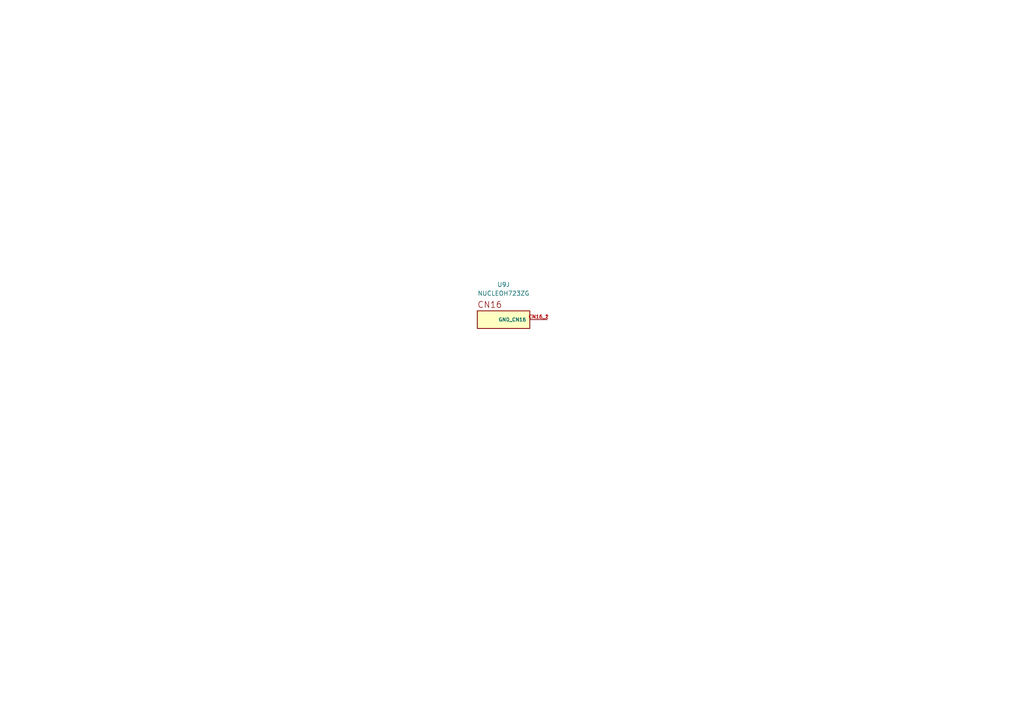
<source format=kicad_sch>
(kicad_sch (version 20250114) (generator "eeschema") (generator_version "9.0")
  (paper "A4")
  (lib_symbols
    (symbol "NUCLEOH723ZG:NUCLEOH723ZG" (pin_names (offset 1.016))
      (property "Reference" "U" (at -12.7 57.15 0))
      (property "Value" "NUCLEOH723ZG" (at -12.7 -54.61 0))
      (symbol "NUCLEOH723ZG_1_0"
        (rectangle (start -12.7 -53.34) (end 12.7 53.34) (stroke (width 0.254)) (fill (type background)))
        (text "CN11" (at -12.7 54.102 0) (effects (font (size 1.778 1.778)) (justify left bottom)))
        (pin input line (at -17.78 35.56 0) (length 5.08) (name "BOOT0") (number "CN11_7"))
        (pin input line (at -17.78 33.02 0) (length 5.08) (name "NRST") (number "CN11_14"))
        (pin bidirectional line (at -17.78 27.94 0) (length 5.08) (name "PA0") (number "CN11_28"))
        (pin bidirectional line (at -17.78 25.4 0) (length 5.08) (name "PA1") (number "CN11_30"))
        (pin bidirectional line (at -17.78 22.86 0) (length 5.08) (name "PA4") (number "CN11_32"))
        (pin bidirectional line (at -17.78 20.32 0) (length 5.08) (name "PA13") (number "CN11_13"))
        (pin bidirectional line (at -17.78 17.78 0) (length 5.08) (name "PA14") (number "CN11_15"))
        (pin bidirectional line (at -17.78 15.24 0) (length 5.08) (name "PA15") (number "CN11_17"))
        (pin bidirectional line (at -17.78 10.16 0) (length 5.08) (name "PB0") (number "CN11_34"))
        (pin bidirectional line (at -17.78 7.62 0) (length 5.08) (name "PB7") (number "CN11_21"))
        (pin bidirectional line (at -17.78 2.54 0) (length 5.08) (name "PC0") (number "CN11_38"))
        (pin bidirectional line (at -17.78 0 0) (length 5.08) (name "PC1") (number "CN11_36"))
        (pin bidirectional line (at -17.78 -2.54 0) (length 5.08) (name "PC2") (number "CN11_35"))
        (pin bidirectional line (at -17.78 -5.08 0) (length 5.08) (name "PC3") (number "CN11_37"))
        (pin bidirectional line (at -17.78 -7.62 0) (length 5.08) (name "PC10") (number "CN11_1"))
        (pin bidirectional line (at -17.78 -10.16 0) (length 5.08) (name "PC11") (number "CN11_2"))
        (pin bidirectional line (at -17.78 -12.7 0) (length 5.08) (name "PC12") (number "CN11_3"))
        (pin bidirectional line (at -17.78 -15.24 0) (length 5.08) (name "PC13") (number "CN11_23"))
        (pin bidirectional line (at -17.78 -17.78 0) (length 5.08) (name "PC14") (number "CN11_25"))
        (pin bidirectional line (at -17.78 -20.32 0) (length 5.08) (name "PC15") (number "CN11_27"))
        (pin bidirectional line (at -17.78 -25.4 0) (length 5.08) (name "PD0") (number "CN11_57"))
        (pin bidirectional line (at -17.78 -27.94 0) (length 5.08) (name "PD1") (number "CN11_55"))
        (pin bidirectional line (at -17.78 -30.48 0) (length 5.08) (name "PD2") (number "CN11_4"))
        (pin bidirectional line (at -17.78 -33.02 0) (length 5.08) (name "PD3") (number "CN11_40"))
        (pin bidirectional line (at -17.78 -35.56 0) (length 5.08) (name "PD4") (number "CN11_39"))
        (pin bidirectional line (at -17.78 -38.1 0) (length 5.08) (name "PD5") (number "CN11_41"))
        (pin bidirectional line (at -17.78 -40.64 0) (length 5.08) (name "PD6") (number "CN11_43"))
        (pin bidirectional line (at -17.78 -43.18 0) (length 5.08) (name "PD7") (number "CN11_45"))
        (pin bidirectional line (at -17.78 -45.72 0) (length 5.08) (name "PD9") (number "CN11_69"))
        (pin power_in line (at 17.78 50.8 180) (length 5.08) (name "3V3") (number "CN11_16"))
        (pin power_in line (at 17.78 48.26 180) (length 5.08) (name "5V") (number "CN11_18"))
        (pin power_in line (at 17.78 45.72 180) (length 5.08) (name "5V_EXT") (number "CN11_6"))
        (pin power_in line (at 17.78 43.18 180) (length 5.08) (name "VBAT") (number "CN11_33"))
        (pin power_in line (at 17.78 40.64 180) (length 5.08) (name "3V3_VDD") (number "CN11_5"))
        (pin power_in line (at 17.78 38.1 180) (length 5.08) (name "VIN") (number "CN11_24"))
        (pin bidirectional line (at 17.78 33.02 180) (length 5.08) (name "IOREF") (number "CN11_12"))
        (pin bidirectional line (at 17.78 27.94 180) (length 5.08) (name "PE1") (number "CN11_61"))
        (pin bidirectional line (at 17.78 25.4 180) (length 5.08) (name "PE2") (number "CN11_46"))
        (pin bidirectional line (at 17.78 22.86 180) (length 5.08) (name "PE3") (number "CN11_47"))
        (pin bidirectional line (at 17.78 20.32 180) (length 5.08) (name "PE4") (number "CN11_48"))
        (pin bidirectional line (at 17.78 17.78 180) (length 5.08) (name "PE5") (number "CN11_50"))
        (pin bidirectional line (at 17.78 15.24 180) (length 5.08) (name "PE6") (number "CN11_62"))
        (pin bidirectional line (at 17.78 10.16 180) (length 5.08) (name "PF0") (number "CN11_53"))
        (pin bidirectional line (at 17.78 7.62 180) (length 5.08) (name "PF1") (number "CN11_51"))
        (pin bidirectional line (at 17.78 5.08 180) (length 5.08) (name "PF2") (number "CN11_52"))
        (pin bidirectional line (at 17.78 2.54 180) (length 5.08) (name "PF6") (number "CN11_9"))
        (pin bidirectional line (at 17.78 0 180) (length 5.08) (name "PF7") (number "CN11_11"))
        (pin bidirectional line (at 17.78 -2.54 180) (length 5.08) (name "PF8") (number "CN11_54"))
        (pin bidirectional line (at 17.78 -5.08 180) (length 5.08) (name "PF9") (number "CN11_56"))
        (pin bidirectional line (at 17.78 -10.16 180) (length 5.08) (name "PG0") (number "CN11_59"))
        (pin bidirectional line (at 17.78 -12.7 180) (length 5.08) (name "PG1") (number "CN11_58"))
        (pin bidirectional line (at 17.78 -15.24 180) (length 5.08) (name "PG2") (number "CN11_42"))
        (pin bidirectional line (at 17.78 -17.78 180) (length 5.08) (name "PG3") (number "CN11_44"))
        (pin bidirectional line (at 17.78 -20.32 180) (length 5.08) (name "PG9") (number "CN11_63"))
        (pin bidirectional line (at 17.78 -22.86 180) (length 5.08) (name "PG10") (number "CN11_66"))
        (pin bidirectional line (at 17.78 -25.4 180) (length 5.08) (name "PG11") (number "CN11_70"))
        (pin bidirectional line (at 17.78 -27.94 180) (length 5.08) (name "PG12") (number "CN11_65"))
        (pin bidirectional line (at 17.78 -30.48 180) (length 5.08) (name "PG13") (number "CN11_68"))
        (pin bidirectional line (at 17.78 -33.02 180) (length 5.08) (name "PG15") (number "CN11_64"))
        (pin bidirectional line (at 17.78 -38.1 180) (length 5.08) (name "PH0") (number "CN11_29"))
        (pin bidirectional line (at 17.78 -40.64 180) (length 5.08) (name "PH1") (number "CN11_31"))
        (pin no_connect line (at 17.78 -45.72 180) (length 5.08) (name "NC") (number "CN11_10"))
        (pin no_connect line (at 17.78 -45.72 180) (length 5.08) (name "NC") (number "CN11_26"))
        (pin no_connect line (at 17.78 -45.72 180) (length 5.08) (name "NC") (number "CN11_67"))
        (pin power_in line (at 17.78 -50.8 180) (length 5.08) (name "GND_CN11") (number "CN11_19"))
        (pin power_in line (at 17.78 -50.8 180) (length 5.08) (name "GND_CN11") (number "CN11_20"))
        (pin power_in line (at 17.78 -50.8 180) (length 5.08) (name "GND_CN11") (number "CN11_22"))
        (pin power_in line (at 17.78 -50.8 180) (length 5.08) (name "GND_CN11") (number "CN11_49"))
        (pin power_in line (at 17.78 -50.8 180) (length 5.08) (name "GND_CN11") (number "CN11_60"))
        (pin power_in line (at 17.78 -50.8 180) (length 5.08) (name "GND_CN11") (number "CN11_8"))
      )
      (symbol "NUCLEOH723ZG_2_0"
        (rectangle (start -12.7 -53.34) (end 12.7 53.34) (stroke (width 0.254)) (fill (type background)))
        (text "CN12" (at -12.7 54.102 0) (effects (font (size 1.778 1.778)) (justify left bottom)))
        (pin bidirectional line (at -17.78 43.18 0) (length 5.08) (name "PA2") (number "CN12_35"))
        (pin bidirectional line (at -17.78 40.64 0) (length 5.08) (name "PA3") (number "CN12_37"))
        (pin bidirectional line (at -17.78 38.1 0) (length 5.08) (name "PA5") (number "CN12_11"))
        (pin bidirectional line (at -17.78 35.56 0) (length 5.08) (name "PA6") (number "CN12_13"))
        (pin bidirectional line (at -17.78 33.02 0) (length 5.08) (name "PA7") (number "CN12_15"))
        (pin bidirectional line (at -17.78 30.48 0) (length 5.08) (name "PA8") (number "CN12_23"))
        (pin bidirectional line (at -17.78 27.94 0) (length 5.08) (name "PA9") (number "CN12_21"))
        (pin bidirectional line (at -17.78 25.4 0) (length 5.08) (name "PA10") (number "CN12_33"))
        (pin bidirectional line (at -17.78 22.86 0) (length 5.08) (name "PA11") (number "CN12_14"))
        (pin bidirectional line (at -17.78 20.32 0) (length 5.08) (name "PA12") (number "CN12_12"))
        (pin bidirectional line (at -17.78 15.24 0) (length 5.08) (name "PB1") (number "CN12_24"))
        (pin bidirectional line (at -17.78 12.7 0) (length 5.08) (name "PB2") (number "CN12_22"))
        (pin bidirectional line (at -17.78 10.16 0) (length 5.08) (name "PB3") (number "CN12_31"))
        (pin bidirectional line (at -17.78 7.62 0) (length 5.08) (name "PB4") (number "CN12_27"))
        (pin bidirectional line (at -17.78 5.08 0) (length 5.08) (name "PB5") (number "CN12_29"))
        (pin bidirectional line (at -17.78 2.54 0) (length 5.08) (name "PB6") (number "CN12_17"))
        (pin bidirectional line (at -17.78 0 0) (length 5.08) (name "PB8") (number "CN12_3"))
        (pin bidirectional line (at -17.78 -2.54 0) (length 5.08) (name "PB9") (number "CN12_5"))
        (pin bidirectional line (at -17.78 -5.08 0) (length 5.08) (name "PB10") (number "CN12_25"))
        (pin bidirectional line (at -17.78 -7.62 0) (length 5.08) (name "PB11") (number "CN12_18"))
        (pin bidirectional line (at -17.78 -10.16 0) (length 5.08) (name "PB12") (number "CN12_16"))
        (pin bidirectional line (at -17.78 -12.7 0) (length 5.08) (name "PB13") (number "CN12_30"))
        (pin bidirectional line (at -17.78 -15.24 0) (length 5.08) (name "PB14") (number "CN12_28"))
        (pin bidirectional line (at -17.78 -17.78 0) (length 5.08) (name "PB15") (number "CN12_26"))
        (pin bidirectional line (at -17.78 -22.86 0) (length 5.08) (name "PC4") (number "CN12_34"))
        (pin bidirectional line (at -17.78 -25.4 0) (length 5.08) (name "PC5") (number "CN12_6"))
        (pin bidirectional line (at -17.78 -27.94 0) (length 5.08) (name "PC6") (number "CN12_4"))
        (pin bidirectional line (at -17.78 -30.48 0) (length 5.08) (name "PC7") (number "CN12_19"))
        (pin bidirectional line (at -17.78 -33.02 0) (length 5.08) (name "PC8") (number "CN12_2"))
        (pin bidirectional line (at -17.78 -35.56 0) (length 5.08) (name "PC9") (number "CN12_1"))
        (pin power_in line (at 17.78 50.8 180) (length 5.08) (name "VREFP") (number "CN12_7"))
        (pin power_in line (at 17.78 48.26 180) (length 5.08) (name "5V_USB_STLK") (number "CN12_8"))
        (pin bidirectional line (at 17.78 43.18 180) (length 5.08) (name "PD8") (number "CN12_10"))
        (pin bidirectional line (at 17.78 40.64 180) (length 5.08) (name "PD10") (number "CN12_65"))
        (pin bidirectional line (at 17.78 38.1 180) (length 5.08) (name "PD11") (number "CN12_45"))
        (pin bidirectional line (at 17.78 35.56 180) (length 5.08) (name "PD12") (number "CN12_43"))
        (pin bidirectional line (at 17.78 33.02 180) (length 5.08) (name "PD13") (number "CN12_41"))
        (pin bidirectional line (at 17.78 30.48 180) (length 5.08) (name "PD14") (number "CN12_46"))
        (pin bidirectional line (at 17.78 27.94 180) (length 5.08) (name "PD15") (number "CN12_48"))
        (pin bidirectional line (at 17.78 22.86 180) (length 5.08) (name "PE0") (number "CN12_64"))
        (pin bidirectional line (at 17.78 20.32 180) (length 5.08) (name "PE7") (number "CN12_44"))
        (pin bidirectional line (at 17.78 17.78 180) (length 5.08) (name "PE8") (number "CN12_40"))
        (pin bidirectional line (at 17.78 15.24 180) (length 5.08) (name "PE9") (number "CN12_52"))
        (pin bidirectional line (at 17.78 12.7 180) (length 5.08) (name "PE10") (number "CN12_47"))
        (pin bidirectional line (at 17.78 10.16 180) (length 5.08) (name "PE11") (number "CN12_56"))
        (pin bidirectional line (at 17.78 7.62 180) (length 5.08) (name "PE12") (number "CN12_49"))
        (pin bidirectional line (at 17.78 5.08 180) (length 5.08) (name "PE13") (number "CN12_55"))
        (pin bidirectional line (at 17.78 2.54 180) (length 5.08) (name "PE14") (number "CN12_51"))
        (pin bidirectional line (at 17.78 0 180) (length 5.08) (name "PE15") (number "CN12_53"))
        (pin bidirectional line (at 17.78 -5.08 180) (length 5.08) (name "PF3") (number "CN12_58"))
        (pin bidirectional line (at 17.78 -7.62 180) (length 5.08) (name "PF4") (number "CN12_38"))
        (pin bidirectional line (at 17.78 -10.16 180) (length 5.08) (name "PF5") (number "CN12_36"))
        (pin bidirectional line (at 17.78 -12.7 180) (length 5.08) (name "PF10") (number "CN12_42"))
        (pin bidirectional line (at 17.78 -15.24 180) (length 5.08) (name "PF11") (number "CN12_62"))
        (pin bidirectional line (at 17.78 -17.78 180) (length 5.08) (name "PF12") (number "CN12_59"))
        (pin bidirectional line (at 17.78 -20.32 180) (length 5.08) (name "PF13") (number "CN12_57"))
        (pin bidirectional line (at 17.78 -22.86 180) (length 5.08) (name "PF14") (number "CN12_50"))
        (pin bidirectional line (at 17.78 -25.4 180) (length 5.08) (name "PF15") (number "CN12_60"))
        (pin bidirectional line (at 17.78 -30.48 180) (length 5.08) (name "PG4") (number "CN12_69"))
        (pin bidirectional line (at 17.78 -33.02 180) (length 5.08) (name "PG5") (number "CN12_68"))
        (pin bidirectional line (at 17.78 -35.56 180) (length 5.08) (name "PG6") (number "CN12_70"))
        (pin bidirectional line (at 17.78 -38.1 180) (length 5.08) (name "PG7") (number "CN12_67"))
        (pin bidirectional line (at 17.78 -40.64 180) (length 5.08) (name "PG8") (number "CN12_66"))
        (pin bidirectional line (at 17.78 -43.18 180) (length 5.08) (name "PG14") (number "CN12_61"))
        (pin power_in line (at 17.78 -48.26 180) (length 5.08) (name "AGND_CN12") (number "CN12_32"))
        (pin power_in line (at 17.78 -50.8 180) (length 5.08) (name "GND_CN12") (number "CN12_20"))
        (pin power_in line (at 17.78 -50.8 180) (length 5.08) (name "GND_CN12") (number "CN12_39"))
        (pin power_in line (at 17.78 -50.8 180) (length 5.08) (name "GND_CN12") (number "CN12_54"))
        (pin power_in line (at 17.78 -50.8 180) (length 5.08) (name "GND_CN12") (number "CN12_63"))
        (pin power_in line (at 17.78 -50.8 180) (length 5.08) (name "GND_CN12") (number "CN12_9"))
      )
      (symbol "NUCLEOH723ZG_3_0"
        (rectangle (start -27.94 -20.32) (end 27.94 20.32) (stroke (width 0.254)) (fill (type background)))
        (text "CN8" (at -27.94 21.082 0) (effects (font (size 1.778 1.778)) (justify left bottom)))
        (pin input line (at -33.02 7.62 0) (length 5.08) (name "NRST_CN8") (number "CN8_5"))
        (pin bidirectional line (at -33.02 2.54 0) (length 5.08) (name "D43/SDMMC_D0") (number "CN8_2"))
        (pin bidirectional line (at -33.02 0 0) (length 5.08) (name "D44/SDMMC_D1/I2S_A_CKIN") (number "CN8_4"))
        (pin bidirectional line (at -33.02 -2.54 0) (length 5.08) (name "D45/SDMMC_D2") (number "CN8_6"))
        (pin bidirectional line (at -33.02 -5.08 0) (length 5.08) (name "D46/SDMMC_D3") (number "CN8_8"))
        (pin bidirectional line (at -33.02 -7.62 0) (length 5.08) (name "D47/SDMMC_CK") (number "CN8_10"))
        (pin bidirectional line (at -33.02 -10.16 0) (length 5.08) (name "D48/SDMMC_CMD") (number "CN8_12"))
        (pin no_connect line (at -33.02 -15.24 0) (length 5.08) (name "NC_CN8") (number "CN8_1"))
        (pin power_in line (at 33.02 17.78 180) (length 5.08) (name "VIN_CN8") (number "CN8_15"))
        (pin power_in line (at 33.02 15.24 180) (length 5.08) (name "5V_CN8") (number "CN8_9"))
        (pin power_in line (at 33.02 12.7 180) (length 5.08) (name "3V3_CN8") (number "CN8_7"))
        (pin bidirectional line (at 33.02 7.62 180) (length 5.08) (name "IOREF_CN8") (number "CN8_3"))
        (pin bidirectional line (at 33.02 0 180) (length 5.08) (name "D50/IO") (number "CN8_16"))
        (pin bidirectional line (at 33.02 -2.54 180) (length 5.08) (name "D49/IO") (number "CN8_14"))
        (pin power_in line (at 33.02 -17.78 180) (length 5.08) (name "GND_CN8") (number "CN8_11"))
        (pin power_in line (at 33.02 -17.78 180) (length 5.08) (name "GND_CN8") (number "CN8_13"))
      )
      (symbol "NUCLEOH723ZG_4_0"
        (rectangle (start -27.94 -25.4) (end 27.94 25.4) (stroke (width 0.254)) (fill (type background)))
        (text "CN9" (at -27.94 26.162 0) (effects (font (size 1.778 1.778)) (justify left bottom)))
        (pin input line (at -33.02 22.86 0) (length 5.08) (name "A0/ADC12_INP15") (number "CN9_1"))
        (pin input line (at -33.02 20.32 0) (length 5.08) (name "A1/ADC123_INP10") (number "CN9_3"))
        (pin input line (at -33.02 17.78 0) (length 5.08) (name "A2/ADC12_INP13") (number "CN9_5"))
        (pin input line (at -33.02 15.24 0) (length 5.08) (name "A3/ADC12_INP5") (number "CN9_7"))
        (pin input line (at -33.02 12.7 0) (length 5.08) (name "A4/ADC123_INP12/I2C1_SDA") (number "CN9_9"))
        (pin input line (at -33.02 10.16 0) (length 5.08) (name "A5/ADC3_INP6/I2C1_SCL") (number "CN9_11"))
        (pin bidirectional line (at -33.02 5.08 0) (length 5.08) (name "D51/USART_B_SCLK") (number "CN9_2"))
        (pin bidirectional line (at -33.02 2.54 0) (length 5.08) (name "D52/USART_B_RX") (number "CN9_4"))
        (pin bidirectional line (at -33.02 0 0) (length 5.08) (name "D53/USART_B_TX") (number "CN9_6"))
        (pin bidirectional line (at -33.02 -2.54 0) (length 5.08) (name "D54/USART_B_RTS") (number "CN9_8"))
        (pin bidirectional line (at -33.02 -5.08 0) (length 5.08) (name "D55/USART_B_CTS") (number "CN9_10"))
        (pin bidirectional line (at -33.02 -10.16 0) (length 5.08) (name "D56/SAI_A_MCLK") (number "CN9_14"))
        (pin bidirectional line (at -33.02 -12.7 0) (length 5.08) (name "D57/SAI_A_FS") (number "CN9_16"))
        (pin bidirectional line (at -33.02 -15.24 0) (length 5.08) (name "D58/SAI_A_SCK") (number "CN9_18"))
        (pin bidirectional line (at -33.02 -17.78 0) (length 5.08) (name "D59/SAI_A_SD") (number "CN9_20"))
        (pin bidirectional line (at 33.02 22.86 180) (length 5.08) (name "D68/I2C_B_SDA") (number "CN9_21"))
        (pin bidirectional line (at 33.02 20.32 180) (length 5.08) (name "D69/I2C_B_SCL") (number "CN9_19"))
        (pin bidirectional line (at 33.02 17.78 180) (length 5.08) (name "D70/I2C_B_SMBA") (number "CN9_17"))
        (pin output line (at 33.02 12.7 180) (length 5.08) (name "D66/CAN_TX") (number "CN9_27"))
        (pin input line (at 33.02 10.16 180) (length 5.08) (name "D67/CAN_RX") (number "CN9_25"))
        (pin bidirectional line (at 33.02 5.08 180) (length 5.08) (name "D64/IO") (number "CN9_30"))
        (pin bidirectional line (at 33.02 2.54 180) (length 5.08) (name "D65/IO") (number "CN9_29"))
        (pin bidirectional line (at 33.02 -2.54 180) (length 5.08) (name "D71/COMP2_INP") (number "CN9_15"))
        (pin bidirectional line (at 33.02 -5.08 180) (length 5.08) (name "D72/COMP1_INP") (number "CN9_13"))
        (pin bidirectional line (at 33.02 -10.16 180) (length 5.08) (name "D62/SAI_B_MCLK") (number "CN9_26"))
        (pin bidirectional line (at 33.02 -12.7 180) (length 5.08) (name "D63/SAI_B_FS") (number "CN9_28"))
        (pin bidirectional line (at 33.02 -15.24 180) (length 5.08) (name "D61/SAI_B_SCK") (number "CN9_24"))
        (pin bidirectional line (at 33.02 -17.78 180) (length 5.08) (name "D60/SAI_B_SD") (number "CN9_22"))
        (pin power_in line (at 33.02 -22.86 180) (length 5.08) (name "GND_CN9") (number "CN9_12"))
        (pin power_in line (at 33.02 -22.86 180) (length 5.08) (name "GND_CN9") (number "CN9_23"))
      )
      (symbol "NUCLEOH723ZG_5_0"
        (rectangle (start -33.02 -20.32) (end 33.02 20.32) (stroke (width 0.254)) (fill (type background)))
        (text "CN7" (at -33.02 21.082 0) (effects (font (size 1.778 1.778)) (justify left bottom)))
        (pin bidirectional line (at -38.1 12.7 0) (length 5.08) (name "D8/IO") (number "CN7_20"))
        (pin bidirectional line (at -38.1 10.16 0) (length 5.08) (name "D9/TIMER_B_PWM2") (number "CN7_18"))
        (pin bidirectional line (at -38.1 2.54 0) (length 5.08) (name "D10/SPI_A_CS/TIM_B_PWM3") (number "CN7_16"))
        (pin bidirectional line (at -38.1 0 0) (length 5.08) (name "D11/SPI_A_MOSI/TIM_E_PWM1") (number "CN7_14"))
        (pin bidirectional line (at -38.1 -2.54 0) (length 5.08) (name "D12/SPI_A_MISO") (number "CN7_12"))
        (pin bidirectional line (at -38.1 -5.08 0) (length 5.08) (name "D13/SPI_A_SCK") (number "CN7_10"))
        (pin bidirectional line (at -38.1 -7.62 0) (length 5.08) (name "D14/I2C_A_SDA") (number "CN7_4"))
        (pin bidirectional line (at -38.1 -10.16 0) (length 5.08) (name "D15/I2C_A_SCL") (number "CN7_2"))
        (pin bidirectional line (at -38.1 -12.7 0) (length 5.08) (name "D16/I2S_A_MCK") (number "CN7_1"))
        (pin power_in line (at 38.1 17.78 180) (length 5.08) (name "VREFP_CN7") (number "CN7_6"))
        (pin bidirectional line (at 38.1 12.7 180) (length 5.08) (name "D25/SPI_B_MISO") (number "CN7_19"))
        (pin bidirectional line (at 38.1 10.16 180) (length 5.08) (name "D24/SPI_B_NSS") (number "CN7_17"))
        (pin bidirectional line (at 38.1 7.62 180) (length 5.08) (name "D23/I2S_B_CK/SPI_B_SCK") (number "CN7_15"))
        (pin bidirectional line (at 38.1 5.08 180) (length 5.08) (name "D22/I2S_B_SD/SPI_B_MOSI") (number "CN7_13"))
        (pin bidirectional line (at 38.1 0 180) (length 5.08) (name "D21/I2S_B_MCK") (number "CN7_11"))
        (pin bidirectional line (at 38.1 -2.54 180) (length 5.08) (name "D20/I2S_B_WS") (number "CN7_9"))
        (pin bidirectional line (at 38.1 -7.62 180) (length 5.08) (name "D19/I2S_A_WS") (number "CN7_7"))
        (pin bidirectional line (at 38.1 -10.16 180) (length 5.08) (name "D18/I2S_A_CK") (number "CN7_5"))
        (pin bidirectional line (at 38.1 -12.7 180) (length 5.08) (name "D17/I2S_A_SD") (number "CN7_3"))
        (pin power_in line (at 38.1 -17.78 180) (length 5.08) (name "GND_CN7") (number "CN7_8"))
      )
      (symbol "NUCLEOH723ZG_6_0"
        (rectangle (start -27.94 -30.48) (end 27.94 30.48) (stroke (width 0.254)) (fill (type background)))
        (text "CN10" (at -27.94 31.242 0) (effects (font (size 1.778 1.778)) (justify left bottom)))
        (pin input line (at -33.02 22.86 0) (length 5.08) (name "A6/ADC_A_IN") (number "CN10_7"))
        (pin input line (at -33.02 20.32 0) (length 5.08) (name "A7/ADC_B_IN") (number "CN10_9"))
        (pin input line (at -33.02 17.78 0) (length 5.08) (name "A8/ADC_C_IN") (number "CN10_11"))
        (pin input line (at -33.02 12.7 0) (length 5.08) (name "D0/USART_A_RX") (number "CN10_16"))
        (pin output line (at -33.02 10.16 0) (length 5.08) (name "D1/USART_A_TX") (number "CN10_14"))
        (pin bidirectional line (at -33.02 5.08 0) (length 5.08) (name "D6/TIMER_A_PWM1") (number "CN10_4"))
        (pin bidirectional line (at -33.02 2.54 0) (length 5.08) (name "D5/TIMER_A_PWM2") (number "CN10_6"))
        (pin bidirectional line (at -33.02 0 0) (length 5.08) (name "D3/TIMER_A_PWM3") (number "CN10_10"))
        (pin bidirectional line (at -33.02 -5.08 0) (length 5.08) (name "D37/TIMER_A_BKIN1") (number "CN10_30"))
        (pin bidirectional line (at -33.02 -7.62 0) (length 5.08) (name "D38/TIMER_A_BKIN2") (number "CN10_28"))
        (pin bidirectional line (at -33.02 -10.16 0) (length 5.08) (name "D39/TIMER_A_PWM3N") (number "CN10_26"))
        (pin bidirectional line (at -33.02 -12.7 0) (length 5.08) (name "D40/TIMER_A_PWM2N") (number "CN10_24"))
        (pin bidirectional line (at -33.02 -15.24 0) (length 5.08) (name "D41/TIMER_A_ETR") (number "CN10_20"))
        (pin bidirectional line (at -33.02 -17.78 0) (length 5.08) (name "D42/TIMER_A_PWM1N") (number "CN10_18"))
        (pin power_in line (at 33.02 27.94 180) (length 5.08) (name "AVDD") (number "CN10_1"))
        (pin bidirectional line (at 33.02 22.86 180) (length 5.08) (name "D34/TIMER_B_ETR") (number "CN10_33"))
        (pin bidirectional line (at 33.02 17.78 180) (length 5.08) (name "D32/TIMER_C_PWM1") (number "CN10_29"))
        (pin bidirectional line (at 33.02 15.24 180) (length 5.08) (name "D36/TIMER_C_PWM2") (number "CN10_32"))
        (pin bidirectional line (at 33.02 12.7 180) (length 5.08) (name "D35/TIMER_C_PWM3") (number "CN10_34"))
        (pin bidirectional line (at 33.02 7.62 180) (length 5.08) (name "D33/TIMER_D_PWM1") (number "CN10_31"))
        (pin bidirectional line (at 33.02 2.54 180) (length 5.08) (name "D2/IO") (number "CN10_12"))
        (pin bidirectional line (at 33.02 0 180) (length 5.08) (name "D4/IO") (number "CN10_8"))
        (pin bidirectional line (at 33.02 -2.54 180) (length 5.08) (name "D7/IO") (number "CN10_2"))
        (pin bidirectional line (at 33.02 -7.62 180) (length 5.08) (name "D26/QSPI_CS") (number "CN10_13"))
        (pin bidirectional line (at 33.02 -10.16 180) (length 5.08) (name "D27/QSPI_CLK") (number "CN10_15"))
        (pin bidirectional line (at 33.02 -12.7 180) (length 5.08) (name "D30/QSPI_BK1_IO0") (number "CN10_23"))
        (pin bidirectional line (at 33.02 -15.24 180) (length 5.08) (name "D29/QSPI_BK1_IO1") (number "CN10_21"))
        (pin bidirectional line (at 33.02 -17.78 180) (length 5.08) (name "D31/QSPI_BK1_IO2") (number "CN10_25"))
        (pin bidirectional line (at 33.02 -20.32 180) (length 5.08) (name "D28/QSPI_BK1_IO3") (number "CN10_19"))
        (pin power_in line (at 33.02 -25.4 180) (length 5.08) (name "AGND_CN10") (number "CN10_3"))
        (pin power_in line (at 33.02 -27.94 180) (length 5.08) (name "GND_CN10") (number "CN10_17"))
        (pin power_in line (at 33.02 -27.94 180) (length 5.08) (name "GND_CN10") (number "CN10_22"))
        (pin power_in line (at 33.02 -27.94 180) (length 5.08) (name "GND_CN10") (number "CN10_27"))
        (pin power_in line (at 33.02 -27.94 180) (length 5.08) (name "GND_CN10") (number "CN10_5"))
      )
      (symbol "NUCLEOH723ZG_7_0"
        (rectangle (start -7.62 -2.54) (end 7.62 2.54) (stroke (width 0.254)) (fill (type background)))
        (text "CN3" (at -7.62 3.302 0) (effects (font (size 1.778 1.778)) (justify left bottom)))
        (pin power_in line (at 12.7 0 180) (length 5.08) (name "GND_CN3") (number "CN3_1"))
        (pin power_in line (at 12.7 0 180) (length 5.08) (name "GND_CN3") (number "CN3_2"))
      )
      (symbol "NUCLEOH723ZG_8_0"
        (rectangle (start -7.62 -2.54) (end 7.62 2.54) (stroke (width 0.254)) (fill (type background)))
        (text "CN4" (at -7.62 3.302 0) (effects (font (size 1.778 1.778)) (justify left bottom)))
        (pin power_in line (at 12.7 0 180) (length 5.08) (name "GND_CN4") (number "CN4_1"))
        (pin power_in line (at 12.7 0 180) (length 5.08) (name "GND_CN4") (number "CN4_2"))
      )
      (symbol "NUCLEOH723ZG_9_0"
        (rectangle (start -7.62 -2.54) (end 7.62 2.54) (stroke (width 0.254)) (fill (type background)))
        (text "CN15" (at -7.62 3.302 0) (effects (font (size 1.778 1.778)) (justify left bottom)))
        (pin power_in line (at 12.7 0 180) (length 5.08) (name "GND_CN15") (number "CN15_1"))
        (pin power_in line (at 12.7 0 180) (length 5.08) (name "GND_CN15") (number "CN15_2"))
      )
      (symbol "NUCLEOH723ZG_10_0"
        (rectangle (start -7.62 -2.54) (end 7.62 2.54) (stroke (width 0.254)) (fill (type background)))
        (text "CN16" (at -7.62 3.302 0) (effects (font (size 1.778 1.778)) (justify left bottom)))
        (pin power_in line (at 12.7 0 180) (length 5.08) (name "GND_CN16") (number "CN16_1"))
        (pin power_in line (at 12.7 0 180) (length 5.08) (name "GND_CN16") (number "CN16_2"))
      )
    )
  )
  (symbol (lib_id "NUCLEOH723ZG:NUCLEOH723ZG") (at 146.05 92.71 0) (unit 10)
    (property "Reference" "U9" (at 146.05 82.55 0))
    (property "Value" "NUCLEOH723ZG" (at 146.05 85.09 0))
    (property "Footprint" "NUCLEOH723ZG:MODULE_NUCLEOH723ZG" (effects (hide yes)))
    (property "MF" "STMicroelectronics" (effects (hide yes)))
    (property "MAXIMUM_PACKAGE_HEIGHT" "18.57 mm" (effects (hide yes)))
    (property "Package" "None" (effects (hide yes)))
    (property "Price" "None" (effects (hide yes)))
    (property "Check_prices" "https://www.snapeda.com/parts/NUCLEOH723ZG/STMicroelectronics/view-part/?ref=eda" (effects (hide yes)))
    (property "STANDARD" "Manufacturer Recommendations" (effects (hide yes)))
    (property "PARTREV" "2" (effects (hide yes)))
    (property "SnapEDA_Link" "https://www.snapeda.com/parts/NUCLEOH723ZG/STMicroelectronics/view-part/?ref=snap" (effects (hide yes)))
    (property "MP" "NUCLEOH723ZG" (effects (hide yes)))
    (property "Description_1" "STM32H723 Nucleo-144 STM32H7 ARM® Cortex®-M7 MCU 32-Bit Embedded Evaluation Board" (effects (hide yes)))
    (property "SNAPEDA_PN" "NUCLEOH723ZG" (effects (hide yes)))
    (property "Availability" "In Stock" (effects (hide yes)))
    (property "MANUFACTURER" "STMicroelectronics" (effects (hide yes)))
  )
)
</source>
